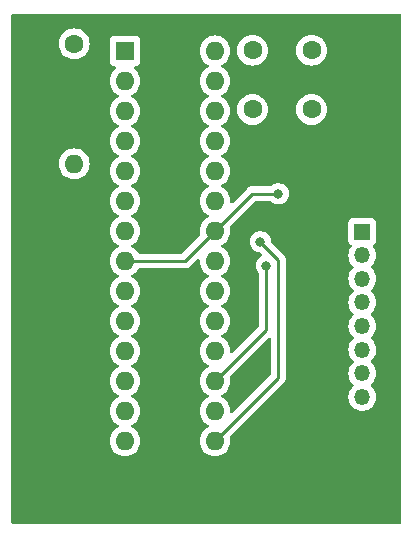
<source format=gbr>
%TF.GenerationSoftware,KiCad,Pcbnew,7.0.1*%
%TF.CreationDate,2023-04-21T04:09:38+01:00*%
%TF.ProjectId,wiikey,7769696b-6579-42e6-9b69-6361645f7063,rev?*%
%TF.SameCoordinates,Original*%
%TF.FileFunction,Copper,L2,Bot*%
%TF.FilePolarity,Positive*%
%FSLAX46Y46*%
G04 Gerber Fmt 4.6, Leading zero omitted, Abs format (unit mm)*
G04 Created by KiCad (PCBNEW 7.0.1) date 2023-04-21 04:09:38*
%MOMM*%
%LPD*%
G01*
G04 APERTURE LIST*
%TA.AperFunction,ComponentPad*%
%ADD10R,1.350000X1.350000*%
%TD*%
%TA.AperFunction,ComponentPad*%
%ADD11O,1.350000X1.350000*%
%TD*%
%TA.AperFunction,ComponentPad*%
%ADD12C,1.600000*%
%TD*%
%TA.AperFunction,ComponentPad*%
%ADD13O,1.600000X1.600000*%
%TD*%
%TA.AperFunction,ComponentPad*%
%ADD14R,1.600000X1.600000*%
%TD*%
%TA.AperFunction,ViaPad*%
%ADD15C,0.800000*%
%TD*%
%TA.AperFunction,Conductor*%
%ADD16C,0.250000*%
%TD*%
G04 APERTURE END LIST*
D10*
%TO.P,J1,1,Pin_1*%
%TO.N,Net-(J1-Pin_1)*%
X174142400Y-104325400D03*
D11*
%TO.P,J1,2,Pin_2*%
%TO.N,Net-(J1-Pin_2)*%
X174142400Y-106325400D03*
%TO.P,J1,3,Pin_3*%
%TO.N,Net-(J1-Pin_3)*%
X174142400Y-108325400D03*
%TO.P,J1,4,Pin_4*%
%TO.N,Net-(J1-Pin_4)*%
X174142400Y-110325400D03*
%TO.P,J1,5,Pin_5*%
%TO.N,Net-(J1-Pin_5)*%
X174142400Y-112325400D03*
%TO.P,J1,6,Pin_6*%
%TO.N,Net-(J1-Pin_6)*%
X174142400Y-114325400D03*
%TO.P,J1,7,Pin_7*%
%TO.N,unconnected-(J1-Pin_7-Pad7)*%
X174142400Y-116325400D03*
%TO.P,J1,8,Pin_8*%
%TO.N,unconnected-(J1-Pin_8-Pad8)*%
X174142400Y-118325400D03*
%TD*%
D12*
%TO.P,R1,1*%
%TO.N,Net-(U1-PC6{slash}~{RESET})*%
X149758400Y-88417400D03*
D13*
%TO.P,R1,2*%
%TO.N,Net-(U1-AVCC)*%
X149758400Y-98577400D03*
%TD*%
D14*
%TO.P,U1,1,PC6/~{RESET}*%
%TO.N,Net-(U1-PC6{slash}~{RESET})*%
X154051000Y-89027000D03*
D13*
%TO.P,U1,2,PD0*%
%TO.N,unconnected-(U1-PD0-Pad2)*%
X154051000Y-91567000D03*
%TO.P,U1,3,PD1*%
%TO.N,unconnected-(U1-PD1-Pad3)*%
X154051000Y-94107000D03*
%TO.P,U1,4,PD2*%
%TO.N,unconnected-(U1-PD2-Pad4)*%
X154051000Y-96647000D03*
%TO.P,U1,5,PD3*%
%TO.N,unconnected-(U1-PD3-Pad5)*%
X154051000Y-99187000D03*
%TO.P,U1,6,PD4*%
%TO.N,unconnected-(U1-PD4-Pad6)*%
X154051000Y-101727000D03*
%TO.P,U1,7,VCC*%
%TO.N,Net-(J1-Pin_2)*%
X154051000Y-104267000D03*
%TO.P,U1,8,GND*%
%TO.N,Net-(J1-Pin_1)*%
X154051000Y-106807000D03*
%TO.P,U1,9,PB6/XTAL1*%
%TO.N,unconnected-(U1-PB6{slash}XTAL1-Pad9)*%
X154051000Y-109347000D03*
%TO.P,U1,10,PB7/XTAL2*%
%TO.N,unconnected-(U1-PB7{slash}XTAL2-Pad10)*%
X154051000Y-111887000D03*
%TO.P,U1,11,PD5*%
%TO.N,unconnected-(U1-PD5-Pad11)*%
X154051000Y-114427000D03*
%TO.P,U1,12,PD6*%
%TO.N,unconnected-(U1-PD6-Pad12)*%
X154051000Y-116967000D03*
%TO.P,U1,13,PD7*%
%TO.N,unconnected-(U1-PD7-Pad13)*%
X154051000Y-119507000D03*
%TO.P,U1,14,PB0*%
%TO.N,unconnected-(U1-PB0-Pad14)*%
X154051000Y-122047000D03*
%TO.P,U1,15,PB1*%
%TO.N,Net-(J1-Pin_3)*%
X161671000Y-122047000D03*
%TO.P,U1,16,PB2*%
%TO.N,unconnected-(U1-PB2-Pad16)*%
X161671000Y-119507000D03*
%TO.P,U1,17,PB3*%
%TO.N,Net-(J1-Pin_4)*%
X161671000Y-116967000D03*
%TO.P,U1,18,PB4*%
%TO.N,Net-(J1-Pin_6)*%
X161671000Y-114427000D03*
%TO.P,U1,19,PB5*%
%TO.N,Net-(J1-Pin_5)*%
X161671000Y-111887000D03*
%TO.P,U1,20,AVCC*%
%TO.N,Net-(U1-AVCC)*%
X161671000Y-109347000D03*
%TO.P,U1,21,AREF*%
%TO.N,unconnected-(U1-AREF-Pad21)*%
X161671000Y-106807000D03*
%TO.P,U1,22,AGND*%
%TO.N,Net-(J1-Pin_1)*%
X161671000Y-104267000D03*
%TO.P,U1,23,PC0*%
%TO.N,unconnected-(U1-PC0-Pad23)*%
X161671000Y-101727000D03*
%TO.P,U1,24,PC1*%
%TO.N,unconnected-(U1-PC1-Pad24)*%
X161671000Y-99187000D03*
%TO.P,U1,25,PC2*%
%TO.N,unconnected-(U1-PC2-Pad25)*%
X161671000Y-96647000D03*
%TO.P,U1,26,PC3*%
%TO.N,unconnected-(U1-PC3-Pad26)*%
X161671000Y-94107000D03*
%TO.P,U1,27,PC4*%
%TO.N,unconnected-(U1-PC4-Pad27)*%
X161671000Y-91567000D03*
%TO.P,U1,28,PC5*%
%TO.N,unconnected-(U1-PC5-Pad28)*%
X161671000Y-89027000D03*
%TD*%
D12*
%TO.P,C2,1*%
%TO.N,Net-(J1-Pin_2)*%
X164851000Y-93980000D03*
%TO.P,C2,2*%
%TO.N,Net-(J1-Pin_1)*%
X169851000Y-93980000D03*
%TD*%
%TO.P,C1,1*%
%TO.N,Net-(J1-Pin_1)*%
X164851000Y-88977000D03*
%TO.P,C1,2*%
%TO.N,Net-(J1-Pin_2)*%
X169851000Y-88977000D03*
%TD*%
D15*
%TO.N,Net-(J1-Pin_1)*%
X167030400Y-101117400D03*
%TO.N,Net-(J1-Pin_3)*%
X165506400Y-105181400D03*
%TO.N,Net-(J1-Pin_4)*%
X166014400Y-107213400D03*
%TD*%
D16*
%TO.N,Net-(J1-Pin_1)*%
X161671000Y-104267000D02*
X159131000Y-106807000D01*
X167030400Y-101117400D02*
X164820600Y-101117400D01*
X159131000Y-106807000D02*
X154051000Y-106807000D01*
X164820600Y-101117400D02*
X161671000Y-104267000D01*
%TO.N,Net-(J1-Pin_3)*%
X167030400Y-116687600D02*
X167030400Y-106705400D01*
X167030400Y-106705400D02*
X165506400Y-105181400D01*
X161671000Y-122047000D02*
X167030400Y-116687600D01*
%TO.N,Net-(J1-Pin_4)*%
X166014400Y-107213400D02*
X166014400Y-112623600D01*
X166014400Y-112623600D02*
X161671000Y-116967000D01*
%TO.N,Net-(U1-AVCC)*%
X161264600Y-109575600D02*
X161264600Y-109753400D01*
X161264600Y-109753400D02*
X161671000Y-109347000D01*
%TD*%
%TA.AperFunction,NonConductor*%
G36*
X177381900Y-85894513D02*
G01*
X177427287Y-85939900D01*
X177443900Y-86001900D01*
X177443900Y-128932900D01*
X177427287Y-128994900D01*
X177381900Y-129040287D01*
X177319900Y-129056900D01*
X144548900Y-129056900D01*
X144486900Y-129040287D01*
X144441513Y-128994900D01*
X144424900Y-128932900D01*
X144424900Y-122047000D01*
X152745531Y-122047000D01*
X152765364Y-122273689D01*
X152824261Y-122493497D01*
X152920432Y-122699735D01*
X153050953Y-122886140D01*
X153211859Y-123047046D01*
X153398264Y-123177567D01*
X153398265Y-123177567D01*
X153398266Y-123177568D01*
X153604504Y-123273739D01*
X153824308Y-123332635D01*
X154051000Y-123352468D01*
X154277692Y-123332635D01*
X154497496Y-123273739D01*
X154703734Y-123177568D01*
X154890139Y-123047047D01*
X155051047Y-122886139D01*
X155181568Y-122699734D01*
X155277739Y-122493496D01*
X155336635Y-122273692D01*
X155356468Y-122047000D01*
X155336635Y-121820308D01*
X155277739Y-121600504D01*
X155181568Y-121394266D01*
X155051047Y-121207861D01*
X155051046Y-121207859D01*
X154890140Y-121046953D01*
X154703733Y-120916431D01*
X154645725Y-120889382D01*
X154593549Y-120843625D01*
X154574129Y-120777000D01*
X154593549Y-120710375D01*
X154645725Y-120664618D01*
X154703734Y-120637568D01*
X154890139Y-120507047D01*
X155051047Y-120346139D01*
X155181568Y-120159734D01*
X155277739Y-119953496D01*
X155336635Y-119733692D01*
X155356468Y-119507000D01*
X155336635Y-119280308D01*
X155277739Y-119060504D01*
X155181568Y-118854266D01*
X155109862Y-118751859D01*
X155051046Y-118667859D01*
X154890140Y-118506953D01*
X154703733Y-118376431D01*
X154645725Y-118349382D01*
X154593549Y-118303625D01*
X154574129Y-118237000D01*
X154593549Y-118170375D01*
X154645725Y-118124618D01*
X154703734Y-118097568D01*
X154890139Y-117967047D01*
X155051047Y-117806139D01*
X155181568Y-117619734D01*
X155277739Y-117413496D01*
X155336635Y-117193692D01*
X155356468Y-116967000D01*
X155336635Y-116740308D01*
X155277739Y-116520504D01*
X155181568Y-116314266D01*
X155051047Y-116127861D01*
X155051046Y-116127859D01*
X154890140Y-115966953D01*
X154703732Y-115836430D01*
X154645724Y-115809380D01*
X154593549Y-115763623D01*
X154574130Y-115696997D01*
X154593550Y-115630373D01*
X154645721Y-115584619D01*
X154703734Y-115557568D01*
X154890139Y-115427047D01*
X155051047Y-115266139D01*
X155181568Y-115079734D01*
X155277739Y-114873496D01*
X155336635Y-114653692D01*
X155356468Y-114427000D01*
X155336635Y-114200308D01*
X155277739Y-113980504D01*
X155181568Y-113774266D01*
X155132317Y-113703928D01*
X155051046Y-113587859D01*
X154890140Y-113426953D01*
X154703732Y-113296430D01*
X154645724Y-113269380D01*
X154593549Y-113223623D01*
X154574130Y-113156997D01*
X154593550Y-113090373D01*
X154645721Y-113044619D01*
X154703734Y-113017568D01*
X154890139Y-112887047D01*
X155051047Y-112726139D01*
X155181568Y-112539734D01*
X155277739Y-112333496D01*
X155336635Y-112113692D01*
X155356468Y-111887000D01*
X155336635Y-111660308D01*
X155277739Y-111440504D01*
X155181568Y-111234266D01*
X155102064Y-111120722D01*
X155051046Y-111047859D01*
X154890140Y-110886953D01*
X154703733Y-110756431D01*
X154645725Y-110729382D01*
X154593549Y-110683625D01*
X154574129Y-110617000D01*
X154593549Y-110550375D01*
X154645725Y-110504618D01*
X154703734Y-110477568D01*
X154890139Y-110347047D01*
X155051047Y-110186139D01*
X155181568Y-109999734D01*
X155277739Y-109793496D01*
X155336635Y-109573692D01*
X155356468Y-109347000D01*
X155336635Y-109120308D01*
X155277739Y-108900504D01*
X155181568Y-108694266D01*
X155075177Y-108542323D01*
X155051046Y-108507859D01*
X154890140Y-108346953D01*
X154703733Y-108216431D01*
X154645725Y-108189382D01*
X154593549Y-108143625D01*
X154574129Y-108077000D01*
X154593549Y-108010375D01*
X154645725Y-107964618D01*
X154703734Y-107937568D01*
X154890139Y-107807047D01*
X155051047Y-107646139D01*
X155132313Y-107530078D01*
X155163613Y-107485377D01*
X155207931Y-107446511D01*
X155265188Y-107432500D01*
X159048256Y-107432500D01*
X159068762Y-107434764D01*
X159071665Y-107434672D01*
X159071667Y-107434673D01*
X159138872Y-107432561D01*
X159142768Y-107432500D01*
X159170349Y-107432500D01*
X159170350Y-107432500D01*
X159174319Y-107431998D01*
X159185965Y-107431080D01*
X159229627Y-107429709D01*
X159248859Y-107424120D01*
X159267918Y-107420174D01*
X159274196Y-107419381D01*
X159287792Y-107417664D01*
X159328407Y-107401582D01*
X159339444Y-107397803D01*
X159381390Y-107385618D01*
X159398629Y-107375422D01*
X159416102Y-107366862D01*
X159434732Y-107359486D01*
X159470064Y-107333814D01*
X159479830Y-107327400D01*
X159517418Y-107305171D01*
X159517417Y-107305171D01*
X159517420Y-107305170D01*
X159531585Y-107291004D01*
X159546373Y-107278373D01*
X159562587Y-107266594D01*
X159590438Y-107232926D01*
X159598279Y-107224309D01*
X160158183Y-106664405D01*
X160209608Y-106633506D01*
X160269522Y-106630366D01*
X160323898Y-106655722D01*
X160360004Y-106703637D01*
X160369390Y-106762895D01*
X160365531Y-106806999D01*
X160385364Y-107033689D01*
X160444261Y-107253497D01*
X160540432Y-107459735D01*
X160670953Y-107646140D01*
X160831859Y-107807046D01*
X160863376Y-107829114D01*
X161018266Y-107937568D01*
X161076273Y-107964617D01*
X161128449Y-108010373D01*
X161147869Y-108076997D01*
X161128451Y-108143622D01*
X161076276Y-108189380D01*
X161018266Y-108216431D01*
X160831859Y-108346953D01*
X160670953Y-108507859D01*
X160540432Y-108694264D01*
X160444261Y-108900502D01*
X160385364Y-109120310D01*
X160365531Y-109347000D01*
X160385364Y-109573689D01*
X160444261Y-109793497D01*
X160540432Y-109999735D01*
X160670953Y-110186140D01*
X160831859Y-110347046D01*
X161018263Y-110477566D01*
X161018266Y-110477568D01*
X161076275Y-110504618D01*
X161128450Y-110550375D01*
X161147869Y-110617000D01*
X161128450Y-110683625D01*
X161076275Y-110729382D01*
X161018263Y-110756433D01*
X160831859Y-110886953D01*
X160670953Y-111047859D01*
X160540432Y-111234264D01*
X160444261Y-111440502D01*
X160385364Y-111660310D01*
X160365531Y-111887000D01*
X160385364Y-112113689D01*
X160444261Y-112333497D01*
X160540432Y-112539735D01*
X160670953Y-112726140D01*
X160831859Y-112887046D01*
X161018262Y-113017565D01*
X161018266Y-113017568D01*
X161076275Y-113044618D01*
X161128450Y-113090375D01*
X161147869Y-113157000D01*
X161128450Y-113223625D01*
X161076275Y-113269382D01*
X161018263Y-113296433D01*
X160831859Y-113426953D01*
X160670953Y-113587859D01*
X160540432Y-113774264D01*
X160444261Y-113980502D01*
X160385364Y-114200310D01*
X160365531Y-114427000D01*
X160385364Y-114653689D01*
X160444261Y-114873497D01*
X160540432Y-115079735D01*
X160670953Y-115266140D01*
X160831859Y-115427046D01*
X160979003Y-115530076D01*
X161018266Y-115557568D01*
X161076273Y-115584617D01*
X161128449Y-115630373D01*
X161147869Y-115696997D01*
X161128451Y-115763622D01*
X161076276Y-115809380D01*
X161018266Y-115836431D01*
X160831859Y-115966953D01*
X160670953Y-116127859D01*
X160540432Y-116314264D01*
X160444261Y-116520502D01*
X160385364Y-116740310D01*
X160365531Y-116967000D01*
X160385364Y-117193689D01*
X160444261Y-117413497D01*
X160540432Y-117619735D01*
X160670953Y-117806140D01*
X160831859Y-117967046D01*
X161018263Y-118097566D01*
X161018266Y-118097568D01*
X161076275Y-118124618D01*
X161128450Y-118170375D01*
X161147869Y-118237000D01*
X161128450Y-118303625D01*
X161076275Y-118349382D01*
X161018263Y-118376433D01*
X160831859Y-118506953D01*
X160670953Y-118667859D01*
X160540432Y-118854264D01*
X160444261Y-119060502D01*
X160385364Y-119280310D01*
X160365531Y-119507000D01*
X160385364Y-119733689D01*
X160444261Y-119953497D01*
X160540432Y-120159735D01*
X160670953Y-120346140D01*
X160831859Y-120507046D01*
X161018263Y-120637566D01*
X161018266Y-120637568D01*
X161076275Y-120664618D01*
X161128450Y-120710375D01*
X161147869Y-120777000D01*
X161128450Y-120843625D01*
X161076275Y-120889382D01*
X161018263Y-120916433D01*
X160831859Y-121046953D01*
X160670953Y-121207859D01*
X160540432Y-121394264D01*
X160444261Y-121600502D01*
X160385364Y-121820310D01*
X160365531Y-122047000D01*
X160385364Y-122273689D01*
X160444261Y-122493497D01*
X160540432Y-122699735D01*
X160670953Y-122886140D01*
X160831859Y-123047046D01*
X161018264Y-123177567D01*
X161018265Y-123177567D01*
X161018266Y-123177568D01*
X161224504Y-123273739D01*
X161444308Y-123332635D01*
X161671000Y-123352468D01*
X161897692Y-123332635D01*
X162117496Y-123273739D01*
X162323734Y-123177568D01*
X162510139Y-123047047D01*
X162671047Y-122886139D01*
X162801568Y-122699734D01*
X162897739Y-122493496D01*
X162956635Y-122273692D01*
X162976468Y-122047000D01*
X162956635Y-121820308D01*
X162938319Y-121751951D01*
X162938319Y-121687763D01*
X162970411Y-121632178D01*
X166277190Y-118325399D01*
X172961864Y-118325399D01*
X172981964Y-118542325D01*
X173041581Y-118751857D01*
X173138687Y-118946871D01*
X173269973Y-119120723D01*
X173417893Y-119255569D01*
X173430968Y-119267488D01*
X173523578Y-119324829D01*
X173616191Y-119382173D01*
X173800391Y-119453532D01*
X173819331Y-119460870D01*
X174033474Y-119500900D01*
X174251324Y-119500900D01*
X174251326Y-119500900D01*
X174465469Y-119460870D01*
X174600896Y-119408404D01*
X174668608Y-119382173D01*
X174668610Y-119382172D01*
X174853832Y-119267488D01*
X175014827Y-119120722D01*
X175146112Y-118946872D01*
X175243217Y-118751859D01*
X175243218Y-118751857D01*
X175302835Y-118542325D01*
X175306113Y-118506953D01*
X175322936Y-118325400D01*
X175302835Y-118108477D01*
X175302835Y-118108474D01*
X175243218Y-117898942D01*
X175146112Y-117703928D01*
X175014826Y-117530076D01*
X174890827Y-117417037D01*
X174855099Y-117359334D01*
X174855099Y-117291466D01*
X174890827Y-117233763D01*
X175014826Y-117120723D01*
X175028909Y-117102074D01*
X175146112Y-116946872D01*
X175243217Y-116751859D01*
X175246504Y-116740308D01*
X175302835Y-116542325D01*
X175313381Y-116428509D01*
X175322936Y-116325400D01*
X175302835Y-116108477D01*
X175302835Y-116108474D01*
X175243218Y-115898942D01*
X175146112Y-115703928D01*
X175014826Y-115530076D01*
X174890827Y-115417037D01*
X174855099Y-115359334D01*
X174855099Y-115291466D01*
X174890827Y-115233763D01*
X175014826Y-115120723D01*
X175014829Y-115120719D01*
X175146112Y-114946872D01*
X175243217Y-114751859D01*
X175271149Y-114653689D01*
X175302835Y-114542325D01*
X175313521Y-114426999D01*
X175322936Y-114325400D01*
X175302835Y-114108477D01*
X175302835Y-114108474D01*
X175243218Y-113898942D01*
X175146112Y-113703928D01*
X175014826Y-113530076D01*
X174890827Y-113417037D01*
X174855099Y-113359334D01*
X174855099Y-113291466D01*
X174890827Y-113233763D01*
X175014826Y-113120723D01*
X175037745Y-113090373D01*
X175146112Y-112946872D01*
X175243217Y-112751859D01*
X175250535Y-112726139D01*
X175302835Y-112542325D01*
X175305749Y-112510867D01*
X175322936Y-112325400D01*
X175302835Y-112108477D01*
X175302835Y-112108474D01*
X175243218Y-111898942D01*
X175146112Y-111703928D01*
X175014826Y-111530076D01*
X174890827Y-111417037D01*
X174855099Y-111359334D01*
X174855099Y-111291466D01*
X174890827Y-111233763D01*
X175014826Y-111120723D01*
X175014827Y-111120722D01*
X175146112Y-110946872D01*
X175243217Y-110751859D01*
X175243218Y-110751857D01*
X175302835Y-110542325D01*
X175308835Y-110477568D01*
X175322936Y-110325400D01*
X175302835Y-110108477D01*
X175302835Y-110108474D01*
X175243218Y-109898942D01*
X175146112Y-109703928D01*
X175014826Y-109530076D01*
X174890827Y-109417037D01*
X174855099Y-109359334D01*
X174855099Y-109291466D01*
X174890827Y-109233763D01*
X175014826Y-109120723D01*
X175015138Y-109120310D01*
X175146112Y-108946872D01*
X175243217Y-108751859D01*
X175259604Y-108694266D01*
X175302835Y-108542325D01*
X175306029Y-108507859D01*
X175322936Y-108325400D01*
X175302835Y-108108477D01*
X175302835Y-108108474D01*
X175243218Y-107898942D01*
X175146112Y-107703928D01*
X175014826Y-107530076D01*
X174890827Y-107417036D01*
X174855098Y-107359333D01*
X174855099Y-107291464D01*
X174890824Y-107233764D01*
X175014827Y-107120722D01*
X175146112Y-106946872D01*
X175243217Y-106751859D01*
X175243218Y-106751857D01*
X175302835Y-106542325D01*
X175307040Y-106496940D01*
X175322936Y-106325400D01*
X175302835Y-106108477D01*
X175302835Y-106108474D01*
X175243218Y-105898942D01*
X175146112Y-105703928D01*
X175064652Y-105596057D01*
X175040525Y-105536396D01*
X175049550Y-105472677D01*
X175089294Y-105422064D01*
X175174946Y-105357946D01*
X175261196Y-105242731D01*
X175311491Y-105107883D01*
X175317900Y-105048273D01*
X175317899Y-103602528D01*
X175311491Y-103542917D01*
X175261196Y-103408069D01*
X175174946Y-103292854D01*
X175059731Y-103206604D01*
X174924883Y-103156309D01*
X174865273Y-103149900D01*
X174865269Y-103149900D01*
X173419530Y-103149900D01*
X173359915Y-103156309D01*
X173225069Y-103206604D01*
X173109854Y-103292854D01*
X173023604Y-103408068D01*
X172973309Y-103542916D01*
X172966900Y-103602530D01*
X172966900Y-105048269D01*
X172973122Y-105106140D01*
X172973309Y-105107883D01*
X173023604Y-105242731D01*
X173041807Y-105267047D01*
X173109855Y-105357948D01*
X173195504Y-105422065D01*
X173235250Y-105472679D01*
X173244274Y-105536397D01*
X173220147Y-105596057D01*
X173138688Y-105703925D01*
X173041581Y-105898942D01*
X172981964Y-106108474D01*
X172961864Y-106325399D01*
X172981964Y-106542325D01*
X173041581Y-106751857D01*
X173138687Y-106946871D01*
X173269973Y-107120723D01*
X173393972Y-107233762D01*
X173429700Y-107291464D01*
X173429701Y-107359333D01*
X173393973Y-107417036D01*
X173269971Y-107530079D01*
X173138687Y-107703928D01*
X173041581Y-107898942D01*
X172981964Y-108108474D01*
X172961864Y-108325399D01*
X172981964Y-108542325D01*
X173041581Y-108751857D01*
X173138687Y-108946871D01*
X173269973Y-109120723D01*
X173393972Y-109233762D01*
X173429700Y-109291464D01*
X173429701Y-109359333D01*
X173393973Y-109417036D01*
X173269971Y-109530079D01*
X173138687Y-109703928D01*
X173041581Y-109898942D01*
X172981964Y-110108474D01*
X172961864Y-110325399D01*
X172981964Y-110542325D01*
X173041581Y-110751857D01*
X173138687Y-110946871D01*
X173269973Y-111120723D01*
X173393972Y-111233763D01*
X173429700Y-111291466D01*
X173429700Y-111359334D01*
X173393972Y-111417037D01*
X173269973Y-111530076D01*
X173138687Y-111703928D01*
X173041581Y-111898942D01*
X172981964Y-112108474D01*
X172961864Y-112325399D01*
X172981964Y-112542325D01*
X173041581Y-112751857D01*
X173138687Y-112946871D01*
X173269973Y-113120723D01*
X173393972Y-113233763D01*
X173429700Y-113291466D01*
X173429700Y-113359334D01*
X173393972Y-113417037D01*
X173269973Y-113530076D01*
X173138687Y-113703928D01*
X173041581Y-113898942D01*
X172981964Y-114108474D01*
X172961864Y-114325399D01*
X172981964Y-114542325D01*
X173041581Y-114751857D01*
X173138687Y-114946871D01*
X173138688Y-114946872D01*
X173269973Y-115120722D01*
X173393975Y-115233764D01*
X173429701Y-115291464D01*
X173429702Y-115359333D01*
X173393973Y-115417036D01*
X173269973Y-115530076D01*
X173138687Y-115703928D01*
X173041581Y-115898942D01*
X172981964Y-116108474D01*
X172961864Y-116325399D01*
X172981964Y-116542325D01*
X173041581Y-116751857D01*
X173138687Y-116946871D01*
X173269973Y-117120723D01*
X173393972Y-117233763D01*
X173429700Y-117291466D01*
X173429700Y-117359334D01*
X173393972Y-117417037D01*
X173269973Y-117530076D01*
X173138687Y-117703928D01*
X173041581Y-117898942D01*
X172981964Y-118108474D01*
X172961864Y-118325399D01*
X166277190Y-118325399D01*
X167414189Y-117188400D01*
X167430285Y-117175506D01*
X167432273Y-117173387D01*
X167432277Y-117173386D01*
X167478348Y-117124323D01*
X167480966Y-117121623D01*
X167500520Y-117102071D01*
X167502981Y-117098898D01*
X167510556Y-117090027D01*
X167540462Y-117058182D01*
X167550117Y-117040618D01*
X167560794Y-117024364D01*
X167573073Y-117008536D01*
X167590418Y-116968452D01*
X167595560Y-116957956D01*
X167601654Y-116946872D01*
X167616597Y-116919692D01*
X167621579Y-116900284D01*
X167627881Y-116881880D01*
X167635837Y-116863496D01*
X167642669Y-116820352D01*
X167645033Y-116808938D01*
X167655900Y-116766619D01*
X167655900Y-116746584D01*
X167657427Y-116727185D01*
X167657468Y-116726921D01*
X167660560Y-116707404D01*
X167656450Y-116663925D01*
X167655900Y-116652256D01*
X167655900Y-106788140D01*
X167658163Y-106767636D01*
X167657667Y-106751859D01*
X167655961Y-106697544D01*
X167655900Y-106693650D01*
X167655900Y-106666057D01*
X167655900Y-106666050D01*
X167655395Y-106662053D01*
X167654480Y-106650423D01*
X167653109Y-106606772D01*
X167647519Y-106587534D01*
X167643574Y-106568482D01*
X167641064Y-106548608D01*
X167638576Y-106542325D01*
X167624978Y-106507981D01*
X167621205Y-106496960D01*
X167609017Y-106455010D01*
X167598821Y-106437769D01*
X167590263Y-106420302D01*
X167582886Y-106401668D01*
X167557198Y-106366312D01*
X167550809Y-106356584D01*
X167528570Y-106318979D01*
X167514406Y-106304814D01*
X167501769Y-106290020D01*
X167489995Y-106273814D01*
X167489994Y-106273813D01*
X167456335Y-106245968D01*
X167447705Y-106238114D01*
X166445360Y-105235769D01*
X166421120Y-105201471D01*
X166409721Y-105161055D01*
X166392074Y-104993144D01*
X166333579Y-104813116D01*
X166333579Y-104813115D01*
X166238933Y-104649183D01*
X166112270Y-104508510D01*
X165959130Y-104397248D01*
X165786202Y-104320255D01*
X165601048Y-104280900D01*
X165601046Y-104280900D01*
X165411754Y-104280900D01*
X165411752Y-104280900D01*
X165226597Y-104320255D01*
X165053669Y-104397248D01*
X164900529Y-104508510D01*
X164773866Y-104649183D01*
X164679220Y-104813115D01*
X164620726Y-104993142D01*
X164620725Y-104993144D01*
X164620726Y-104993144D01*
X164600940Y-105181400D01*
X164606654Y-105235769D01*
X164620726Y-105369657D01*
X164679220Y-105549684D01*
X164773866Y-105713616D01*
X164900529Y-105854289D01*
X165053669Y-105965551D01*
X165226597Y-106042544D01*
X165411752Y-106081900D01*
X165411754Y-106081900D01*
X165470948Y-106081900D01*
X165518401Y-106091339D01*
X165558629Y-106118219D01*
X165647200Y-106206790D01*
X165677941Y-106257700D01*
X165681443Y-106317068D01*
X165656898Y-106371238D01*
X165609955Y-106407750D01*
X165561669Y-106429248D01*
X165408529Y-106540510D01*
X165281866Y-106681183D01*
X165187220Y-106845115D01*
X165128726Y-107025142D01*
X165108940Y-107213400D01*
X165128726Y-107401657D01*
X165187220Y-107581684D01*
X165281864Y-107745613D01*
X165281867Y-107745616D01*
X165357052Y-107829117D01*
X165380664Y-107867649D01*
X165388900Y-107912087D01*
X165388900Y-112313147D01*
X165379461Y-112360600D01*
X165352581Y-112400828D01*
X163183819Y-114569588D01*
X163132392Y-114600489D01*
X163072477Y-114603629D01*
X163018102Y-114578273D01*
X162981995Y-114530357D01*
X162972610Y-114471099D01*
X162976468Y-114426999D01*
X162956635Y-114200310D01*
X162956635Y-114200308D01*
X162897739Y-113980504D01*
X162801568Y-113774266D01*
X162752317Y-113703928D01*
X162671046Y-113587859D01*
X162510140Y-113426953D01*
X162323732Y-113296430D01*
X162265724Y-113269380D01*
X162213549Y-113223623D01*
X162194130Y-113156997D01*
X162213550Y-113090373D01*
X162265721Y-113044619D01*
X162323734Y-113017568D01*
X162510139Y-112887047D01*
X162671047Y-112726139D01*
X162801568Y-112539734D01*
X162897739Y-112333496D01*
X162956635Y-112113692D01*
X162976468Y-111887000D01*
X162956635Y-111660308D01*
X162897739Y-111440504D01*
X162801568Y-111234266D01*
X162722064Y-111120722D01*
X162671046Y-111047859D01*
X162510140Y-110886953D01*
X162323733Y-110756431D01*
X162265725Y-110729382D01*
X162213549Y-110683625D01*
X162194129Y-110617000D01*
X162213549Y-110550375D01*
X162265725Y-110504618D01*
X162323734Y-110477568D01*
X162510139Y-110347047D01*
X162671047Y-110186139D01*
X162801568Y-109999734D01*
X162897739Y-109793496D01*
X162956635Y-109573692D01*
X162976468Y-109347000D01*
X162956635Y-109120308D01*
X162897739Y-108900504D01*
X162801568Y-108694266D01*
X162695177Y-108542323D01*
X162671046Y-108507859D01*
X162510140Y-108346953D01*
X162323733Y-108216431D01*
X162265725Y-108189382D01*
X162213549Y-108143625D01*
X162194129Y-108077000D01*
X162213549Y-108010375D01*
X162265725Y-107964618D01*
X162323734Y-107937568D01*
X162510139Y-107807047D01*
X162671047Y-107646139D01*
X162801568Y-107459734D01*
X162897739Y-107253496D01*
X162956635Y-107033692D01*
X162976468Y-106807000D01*
X162956635Y-106580308D01*
X162897739Y-106360504D01*
X162801568Y-106154266D01*
X162769506Y-106108477D01*
X162671046Y-105967859D01*
X162510140Y-105806953D01*
X162323733Y-105676431D01*
X162265725Y-105649382D01*
X162213549Y-105603625D01*
X162194129Y-105537000D01*
X162213549Y-105470375D01*
X162265725Y-105424618D01*
X162271200Y-105422065D01*
X162323734Y-105397568D01*
X162510139Y-105267047D01*
X162671047Y-105106139D01*
X162801568Y-104919734D01*
X162897739Y-104713496D01*
X162956635Y-104493692D01*
X162976468Y-104267000D01*
X162956635Y-104040308D01*
X162938319Y-103971951D01*
X162938319Y-103907763D01*
X162970411Y-103852178D01*
X165043371Y-101779219D01*
X165083600Y-101752339D01*
X165131053Y-101742900D01*
X166326653Y-101742900D01*
X166377088Y-101753620D01*
X166418801Y-101783926D01*
X166424529Y-101790288D01*
X166577670Y-101901551D01*
X166577671Y-101901551D01*
X166577672Y-101901552D01*
X166750597Y-101978544D01*
X166935752Y-102017900D01*
X166935754Y-102017900D01*
X167125046Y-102017900D01*
X167125048Y-102017900D01*
X167248484Y-101991662D01*
X167310203Y-101978544D01*
X167483130Y-101901551D01*
X167636271Y-101790288D01*
X167762933Y-101649616D01*
X167857579Y-101485684D01*
X167916074Y-101305656D01*
X167935860Y-101117400D01*
X167916074Y-100929144D01*
X167857579Y-100749116D01*
X167857579Y-100749115D01*
X167762933Y-100585183D01*
X167636270Y-100444510D01*
X167483130Y-100333248D01*
X167310202Y-100256255D01*
X167125048Y-100216900D01*
X167125046Y-100216900D01*
X166935754Y-100216900D01*
X166935752Y-100216900D01*
X166750597Y-100256255D01*
X166577672Y-100333247D01*
X166499042Y-100390375D01*
X166424529Y-100444512D01*
X166418801Y-100450873D01*
X166377088Y-100481180D01*
X166326653Y-100491900D01*
X164903344Y-100491900D01*
X164882837Y-100489635D01*
X164812727Y-100491839D01*
X164808832Y-100491900D01*
X164781250Y-100491900D01*
X164777265Y-100492403D01*
X164765633Y-100493318D01*
X164721969Y-100494690D01*
X164702729Y-100500280D01*
X164683681Y-100504225D01*
X164663809Y-100506735D01*
X164623199Y-100522813D01*
X164612154Y-100526594D01*
X164570210Y-100538781D01*
X164552965Y-100548979D01*
X164535504Y-100557533D01*
X164516867Y-100564912D01*
X164481531Y-100590585D01*
X164471774Y-100596995D01*
X164434180Y-100619229D01*
X164420013Y-100633396D01*
X164405224Y-100646026D01*
X164389013Y-100657804D01*
X164361172Y-100691458D01*
X164353311Y-100700097D01*
X163183819Y-101869589D01*
X163132392Y-101900490D01*
X163072478Y-101903630D01*
X163018102Y-101878274D01*
X162981995Y-101830358D01*
X162972610Y-101771100D01*
X162976468Y-101726999D01*
X162956635Y-101500310D01*
X162956635Y-101500308D01*
X162897739Y-101280504D01*
X162801568Y-101074266D01*
X162699953Y-100929144D01*
X162671046Y-100887859D01*
X162510140Y-100726953D01*
X162323733Y-100596431D01*
X162265725Y-100569382D01*
X162213549Y-100523625D01*
X162194129Y-100457000D01*
X162213549Y-100390375D01*
X162265725Y-100344618D01*
X162290108Y-100333248D01*
X162323734Y-100317568D01*
X162510139Y-100187047D01*
X162671047Y-100026139D01*
X162801568Y-99839734D01*
X162897739Y-99633496D01*
X162956635Y-99413692D01*
X162976468Y-99187000D01*
X162956635Y-98960308D01*
X162897739Y-98740504D01*
X162801568Y-98534266D01*
X162673040Y-98350708D01*
X162671046Y-98347859D01*
X162510140Y-98186953D01*
X162323732Y-98056430D01*
X162265724Y-98029380D01*
X162213549Y-97983623D01*
X162194130Y-97916997D01*
X162213550Y-97850373D01*
X162265721Y-97804619D01*
X162323734Y-97777568D01*
X162510139Y-97647047D01*
X162671047Y-97486139D01*
X162801568Y-97299734D01*
X162897739Y-97093496D01*
X162956635Y-96873692D01*
X162976468Y-96647000D01*
X162956635Y-96420308D01*
X162897739Y-96200504D01*
X162801568Y-95994266D01*
X162671047Y-95807861D01*
X162671046Y-95807859D01*
X162510140Y-95646953D01*
X162323733Y-95516431D01*
X162265725Y-95489382D01*
X162213549Y-95443625D01*
X162194129Y-95377000D01*
X162213549Y-95310375D01*
X162265725Y-95264618D01*
X162323734Y-95237568D01*
X162510139Y-95107047D01*
X162671047Y-94946139D01*
X162801568Y-94759734D01*
X162897739Y-94553496D01*
X162956635Y-94333692D01*
X162976468Y-94107000D01*
X162965357Y-93980000D01*
X163545531Y-93980000D01*
X163565364Y-94206689D01*
X163624261Y-94426497D01*
X163720432Y-94632735D01*
X163850953Y-94819140D01*
X164011859Y-94980046D01*
X164198264Y-95110567D01*
X164198265Y-95110567D01*
X164198266Y-95110568D01*
X164404504Y-95206739D01*
X164624308Y-95265635D01*
X164851000Y-95285468D01*
X165077692Y-95265635D01*
X165297496Y-95206739D01*
X165503734Y-95110568D01*
X165690139Y-94980047D01*
X165851047Y-94819139D01*
X165981568Y-94632734D01*
X166077739Y-94426496D01*
X166136635Y-94206692D01*
X166156468Y-93980000D01*
X168545531Y-93980000D01*
X168565364Y-94206689D01*
X168624261Y-94426497D01*
X168720432Y-94632735D01*
X168850953Y-94819140D01*
X169011859Y-94980046D01*
X169198264Y-95110567D01*
X169198265Y-95110567D01*
X169198266Y-95110568D01*
X169404504Y-95206739D01*
X169624308Y-95265635D01*
X169851000Y-95285468D01*
X170077692Y-95265635D01*
X170297496Y-95206739D01*
X170503734Y-95110568D01*
X170690139Y-94980047D01*
X170851047Y-94819139D01*
X170981568Y-94632734D01*
X171077739Y-94426496D01*
X171136635Y-94206692D01*
X171156468Y-93980000D01*
X171136635Y-93753308D01*
X171077739Y-93533504D01*
X170981568Y-93327266D01*
X170939971Y-93267859D01*
X170851046Y-93140859D01*
X170690140Y-92979953D01*
X170503735Y-92849432D01*
X170297497Y-92753261D01*
X170077689Y-92694364D01*
X169850999Y-92674531D01*
X169624310Y-92694364D01*
X169404502Y-92753261D01*
X169198264Y-92849432D01*
X169011859Y-92979953D01*
X168850953Y-93140859D01*
X168720432Y-93327264D01*
X168624261Y-93533502D01*
X168565364Y-93753310D01*
X168545531Y-93980000D01*
X166156468Y-93980000D01*
X166136635Y-93753308D01*
X166077739Y-93533504D01*
X165981568Y-93327266D01*
X165939971Y-93267859D01*
X165851046Y-93140859D01*
X165690140Y-92979953D01*
X165503735Y-92849432D01*
X165297497Y-92753261D01*
X165077689Y-92694364D01*
X164850999Y-92674531D01*
X164624310Y-92694364D01*
X164404502Y-92753261D01*
X164198264Y-92849432D01*
X164011859Y-92979953D01*
X163850953Y-93140859D01*
X163720432Y-93327264D01*
X163624261Y-93533502D01*
X163565364Y-93753310D01*
X163545531Y-93980000D01*
X162965357Y-93980000D01*
X162956635Y-93880308D01*
X162897739Y-93660504D01*
X162801568Y-93454266D01*
X162712642Y-93327266D01*
X162671046Y-93267859D01*
X162510140Y-93106953D01*
X162323733Y-92976431D01*
X162265725Y-92949382D01*
X162213549Y-92903625D01*
X162194129Y-92837000D01*
X162213549Y-92770375D01*
X162265725Y-92724618D01*
X162323734Y-92697568D01*
X162510139Y-92567047D01*
X162671047Y-92406139D01*
X162801568Y-92219734D01*
X162897739Y-92013496D01*
X162956635Y-91793692D01*
X162976468Y-91567000D01*
X162956635Y-91340308D01*
X162897739Y-91120504D01*
X162801568Y-90914266D01*
X162671047Y-90727861D01*
X162671046Y-90727859D01*
X162510140Y-90566953D01*
X162323733Y-90436431D01*
X162265725Y-90409382D01*
X162213549Y-90363625D01*
X162194129Y-90297000D01*
X162213549Y-90230375D01*
X162265725Y-90184618D01*
X162323734Y-90157568D01*
X162510139Y-90027047D01*
X162671047Y-89866139D01*
X162801568Y-89679734D01*
X162897739Y-89473496D01*
X162956635Y-89253692D01*
X162976468Y-89027000D01*
X162972094Y-88977000D01*
X163545531Y-88977000D01*
X163565364Y-89203689D01*
X163624261Y-89423497D01*
X163720432Y-89629735D01*
X163850953Y-89816140D01*
X164011859Y-89977046D01*
X164198264Y-90107567D01*
X164198265Y-90107567D01*
X164198266Y-90107568D01*
X164404504Y-90203739D01*
X164624308Y-90262635D01*
X164851000Y-90282468D01*
X165077692Y-90262635D01*
X165297496Y-90203739D01*
X165503734Y-90107568D01*
X165690139Y-89977047D01*
X165851047Y-89816139D01*
X165981568Y-89629734D01*
X166077739Y-89423496D01*
X166136635Y-89203692D01*
X166156468Y-88977000D01*
X168545531Y-88977000D01*
X168565364Y-89203689D01*
X168624261Y-89423497D01*
X168720432Y-89629735D01*
X168850953Y-89816140D01*
X169011859Y-89977046D01*
X169198264Y-90107567D01*
X169198265Y-90107567D01*
X169198266Y-90107568D01*
X169404504Y-90203739D01*
X169624308Y-90262635D01*
X169851000Y-90282468D01*
X170077692Y-90262635D01*
X170297496Y-90203739D01*
X170503734Y-90107568D01*
X170690139Y-89977047D01*
X170851047Y-89816139D01*
X170981568Y-89629734D01*
X171077739Y-89423496D01*
X171136635Y-89203692D01*
X171156468Y-88977000D01*
X171136635Y-88750308D01*
X171077739Y-88530504D01*
X170981568Y-88324266D01*
X170879942Y-88179128D01*
X170851046Y-88137859D01*
X170690140Y-87976953D01*
X170503735Y-87846432D01*
X170297497Y-87750261D01*
X170077689Y-87691364D01*
X169851000Y-87671531D01*
X169624310Y-87691364D01*
X169404502Y-87750261D01*
X169198264Y-87846432D01*
X169011859Y-87976953D01*
X168850953Y-88137859D01*
X168720432Y-88324264D01*
X168624261Y-88530502D01*
X168565364Y-88750310D01*
X168545531Y-88977000D01*
X166156468Y-88977000D01*
X166136635Y-88750308D01*
X166077739Y-88530504D01*
X165981568Y-88324266D01*
X165879942Y-88179128D01*
X165851046Y-88137859D01*
X165690140Y-87976953D01*
X165503735Y-87846432D01*
X165297497Y-87750261D01*
X165077689Y-87691364D01*
X164851000Y-87671531D01*
X164624310Y-87691364D01*
X164404502Y-87750261D01*
X164198264Y-87846432D01*
X164011859Y-87976953D01*
X163850953Y-88137859D01*
X163720432Y-88324264D01*
X163624261Y-88530502D01*
X163565364Y-88750310D01*
X163545531Y-88977000D01*
X162972094Y-88977000D01*
X162956635Y-88800308D01*
X162897739Y-88580504D01*
X162801568Y-88374266D01*
X162673040Y-88190708D01*
X162671046Y-88187859D01*
X162510140Y-88026953D01*
X162323735Y-87896432D01*
X162117497Y-87800261D01*
X161897689Y-87741364D01*
X161670999Y-87721531D01*
X161444310Y-87741364D01*
X161224502Y-87800261D01*
X161018264Y-87896432D01*
X160831859Y-88026953D01*
X160670953Y-88187859D01*
X160540432Y-88374264D01*
X160444261Y-88580502D01*
X160385364Y-88800310D01*
X160365531Y-89026999D01*
X160385364Y-89253689D01*
X160444261Y-89473497D01*
X160540432Y-89679735D01*
X160670953Y-89866140D01*
X160831859Y-90027046D01*
X160946858Y-90107568D01*
X161018266Y-90157568D01*
X161076275Y-90184618D01*
X161128450Y-90230375D01*
X161147869Y-90297000D01*
X161128450Y-90363625D01*
X161076275Y-90409382D01*
X161018263Y-90436433D01*
X160831859Y-90566953D01*
X160670953Y-90727859D01*
X160540432Y-90914264D01*
X160444261Y-91120502D01*
X160385364Y-91340310D01*
X160365531Y-91566999D01*
X160385364Y-91793689D01*
X160444261Y-92013497D01*
X160540432Y-92219735D01*
X160670953Y-92406140D01*
X160831859Y-92567046D01*
X161018263Y-92697566D01*
X161018266Y-92697568D01*
X161076275Y-92724618D01*
X161128450Y-92770375D01*
X161147869Y-92837000D01*
X161128450Y-92903625D01*
X161076275Y-92949382D01*
X161018263Y-92976433D01*
X160831859Y-93106953D01*
X160670953Y-93267859D01*
X160540432Y-93454264D01*
X160444261Y-93660502D01*
X160385364Y-93880310D01*
X160365531Y-94106999D01*
X160385364Y-94333689D01*
X160444261Y-94553497D01*
X160540432Y-94759735D01*
X160670953Y-94946140D01*
X160831859Y-95107046D01*
X160974236Y-95206738D01*
X161018266Y-95237568D01*
X161076275Y-95264618D01*
X161128450Y-95310375D01*
X161147869Y-95377000D01*
X161128450Y-95443625D01*
X161076275Y-95489382D01*
X161018263Y-95516433D01*
X160831859Y-95646953D01*
X160670953Y-95807859D01*
X160540432Y-95994264D01*
X160444261Y-96200502D01*
X160385364Y-96420310D01*
X160365531Y-96646999D01*
X160385364Y-96873689D01*
X160444261Y-97093497D01*
X160540432Y-97299735D01*
X160670953Y-97486140D01*
X160831859Y-97647046D01*
X160962126Y-97738259D01*
X161018266Y-97777568D01*
X161076273Y-97804617D01*
X161128449Y-97850373D01*
X161147869Y-97916997D01*
X161128451Y-97983622D01*
X161076276Y-98029380D01*
X161018266Y-98056431D01*
X160831859Y-98186953D01*
X160670953Y-98347859D01*
X160540432Y-98534264D01*
X160444261Y-98740502D01*
X160385364Y-98960310D01*
X160365531Y-99186999D01*
X160385364Y-99413689D01*
X160444261Y-99633497D01*
X160540432Y-99839735D01*
X160670953Y-100026140D01*
X160831859Y-100187046D01*
X161018263Y-100317566D01*
X161018266Y-100317568D01*
X161076275Y-100344618D01*
X161128450Y-100390375D01*
X161147869Y-100457000D01*
X161128450Y-100523625D01*
X161076275Y-100569382D01*
X161018263Y-100596433D01*
X160831859Y-100726953D01*
X160670953Y-100887859D01*
X160540432Y-101074264D01*
X160444261Y-101280502D01*
X160385364Y-101500310D01*
X160365531Y-101727000D01*
X160385364Y-101953689D01*
X160444261Y-102173497D01*
X160540432Y-102379735D01*
X160670953Y-102566140D01*
X160831859Y-102727046D01*
X161018263Y-102857566D01*
X161018266Y-102857568D01*
X161076275Y-102884618D01*
X161128450Y-102930375D01*
X161147869Y-102997000D01*
X161128450Y-103063625D01*
X161076275Y-103109382D01*
X161018263Y-103136433D01*
X160831859Y-103266953D01*
X160670953Y-103427859D01*
X160540432Y-103614264D01*
X160444261Y-103820502D01*
X160385364Y-104040310D01*
X160365531Y-104266999D01*
X160385364Y-104493690D01*
X160403680Y-104562047D01*
X160403680Y-104626234D01*
X160371586Y-104681821D01*
X158908228Y-106145181D01*
X158868000Y-106172061D01*
X158820547Y-106181500D01*
X155265188Y-106181500D01*
X155207931Y-106167489D01*
X155163613Y-106128623D01*
X155051046Y-105967859D01*
X154890140Y-105806953D01*
X154703733Y-105676431D01*
X154645725Y-105649382D01*
X154593549Y-105603625D01*
X154574129Y-105537000D01*
X154593549Y-105470375D01*
X154645725Y-105424618D01*
X154651200Y-105422065D01*
X154703734Y-105397568D01*
X154890139Y-105267047D01*
X155051047Y-105106139D01*
X155181568Y-104919734D01*
X155277739Y-104713496D01*
X155336635Y-104493692D01*
X155356468Y-104267000D01*
X155336635Y-104040308D01*
X155277739Y-103820504D01*
X155181568Y-103614266D01*
X155173350Y-103602530D01*
X155051046Y-103427859D01*
X154890140Y-103266953D01*
X154703733Y-103136431D01*
X154645725Y-103109382D01*
X154593549Y-103063625D01*
X154574129Y-102997000D01*
X154593549Y-102930375D01*
X154645725Y-102884618D01*
X154703734Y-102857568D01*
X154890139Y-102727047D01*
X155051047Y-102566139D01*
X155181568Y-102379734D01*
X155277739Y-102173496D01*
X155336635Y-101953692D01*
X155356468Y-101727000D01*
X155336635Y-101500308D01*
X155277739Y-101280504D01*
X155181568Y-101074266D01*
X155079953Y-100929144D01*
X155051046Y-100887859D01*
X154890140Y-100726953D01*
X154703733Y-100596431D01*
X154645725Y-100569382D01*
X154593549Y-100523625D01*
X154574129Y-100457000D01*
X154593549Y-100390375D01*
X154645725Y-100344618D01*
X154670108Y-100333248D01*
X154703734Y-100317568D01*
X154890139Y-100187047D01*
X155051047Y-100026139D01*
X155181568Y-99839734D01*
X155277739Y-99633496D01*
X155336635Y-99413692D01*
X155356468Y-99187000D01*
X155336635Y-98960308D01*
X155277739Y-98740504D01*
X155181568Y-98534266D01*
X155053040Y-98350708D01*
X155051046Y-98347859D01*
X154890140Y-98186953D01*
X154703732Y-98056430D01*
X154645724Y-98029380D01*
X154593549Y-97983623D01*
X154574130Y-97916997D01*
X154593550Y-97850373D01*
X154645721Y-97804619D01*
X154703734Y-97777568D01*
X154890139Y-97647047D01*
X155051047Y-97486139D01*
X155181568Y-97299734D01*
X155277739Y-97093496D01*
X155336635Y-96873692D01*
X155356468Y-96647000D01*
X155336635Y-96420308D01*
X155277739Y-96200504D01*
X155181568Y-95994266D01*
X155051047Y-95807861D01*
X155051046Y-95807859D01*
X154890140Y-95646953D01*
X154703733Y-95516431D01*
X154645725Y-95489382D01*
X154593549Y-95443625D01*
X154574129Y-95377000D01*
X154593549Y-95310375D01*
X154645725Y-95264618D01*
X154703734Y-95237568D01*
X154890139Y-95107047D01*
X155051047Y-94946139D01*
X155181568Y-94759734D01*
X155277739Y-94553496D01*
X155336635Y-94333692D01*
X155356468Y-94107000D01*
X155336635Y-93880308D01*
X155277739Y-93660504D01*
X155181568Y-93454266D01*
X155092642Y-93327266D01*
X155051046Y-93267859D01*
X154890140Y-93106953D01*
X154703733Y-92976431D01*
X154645725Y-92949382D01*
X154593549Y-92903625D01*
X154574129Y-92837000D01*
X154593549Y-92770375D01*
X154645725Y-92724618D01*
X154703734Y-92697568D01*
X154890139Y-92567047D01*
X155051047Y-92406139D01*
X155181568Y-92219734D01*
X155277739Y-92013496D01*
X155336635Y-91793692D01*
X155356468Y-91567000D01*
X155336635Y-91340308D01*
X155277739Y-91120504D01*
X155181568Y-90914266D01*
X155051047Y-90727861D01*
X155051046Y-90727859D01*
X154890140Y-90566953D01*
X154865537Y-90549726D01*
X154826399Y-90504884D01*
X154812666Y-90446970D01*
X154827500Y-90389328D01*
X154867485Y-90345239D01*
X154923406Y-90324861D01*
X154958483Y-90321091D01*
X155093331Y-90270796D01*
X155208546Y-90184546D01*
X155294796Y-90069331D01*
X155345091Y-89934483D01*
X155351500Y-89874873D01*
X155351499Y-88179128D01*
X155345091Y-88119517D01*
X155294796Y-87984669D01*
X155208546Y-87869454D01*
X155093331Y-87783204D01*
X154958483Y-87732909D01*
X154898873Y-87726500D01*
X154898869Y-87726500D01*
X153203130Y-87726500D01*
X153143515Y-87732909D01*
X153008669Y-87783204D01*
X152893454Y-87869454D01*
X152807204Y-87984668D01*
X152756909Y-88119516D01*
X152750500Y-88179130D01*
X152750500Y-89874869D01*
X152756909Y-89934483D01*
X152807204Y-90069331D01*
X152893454Y-90184546D01*
X153008669Y-90270796D01*
X153143517Y-90321091D01*
X153178594Y-90324862D01*
X153234513Y-90345239D01*
X153274497Y-90389327D01*
X153289332Y-90446968D01*
X153275600Y-90504881D01*
X153236464Y-90549724D01*
X153211860Y-90566952D01*
X153050953Y-90727859D01*
X152920432Y-90914264D01*
X152824261Y-91120502D01*
X152765364Y-91340310D01*
X152745531Y-91566999D01*
X152765364Y-91793689D01*
X152824261Y-92013497D01*
X152920432Y-92219735D01*
X153050953Y-92406140D01*
X153211859Y-92567046D01*
X153398263Y-92697566D01*
X153398266Y-92697568D01*
X153456275Y-92724618D01*
X153508450Y-92770375D01*
X153527869Y-92837000D01*
X153508450Y-92903625D01*
X153456275Y-92949382D01*
X153398263Y-92976433D01*
X153211859Y-93106953D01*
X153050953Y-93267859D01*
X152920432Y-93454264D01*
X152824261Y-93660502D01*
X152765364Y-93880310D01*
X152745531Y-94106999D01*
X152765364Y-94333689D01*
X152824261Y-94553497D01*
X152920432Y-94759735D01*
X153050953Y-94946140D01*
X153211859Y-95107046D01*
X153354236Y-95206738D01*
X153398266Y-95237568D01*
X153456275Y-95264618D01*
X153508450Y-95310375D01*
X153527869Y-95377000D01*
X153508450Y-95443625D01*
X153456275Y-95489382D01*
X153398263Y-95516433D01*
X153211859Y-95646953D01*
X153050953Y-95807859D01*
X152920432Y-95994264D01*
X152824261Y-96200502D01*
X152765364Y-96420310D01*
X152745531Y-96646999D01*
X152765364Y-96873689D01*
X152824261Y-97093497D01*
X152920432Y-97299735D01*
X153050953Y-97486140D01*
X153211859Y-97647046D01*
X153342126Y-97738259D01*
X153398266Y-97777568D01*
X153456273Y-97804617D01*
X153508449Y-97850373D01*
X153527869Y-97916997D01*
X153508451Y-97983622D01*
X153456276Y-98029380D01*
X153398266Y-98056431D01*
X153211859Y-98186953D01*
X153050953Y-98347859D01*
X152920432Y-98534264D01*
X152824261Y-98740502D01*
X152765364Y-98960310D01*
X152745531Y-99186999D01*
X152765364Y-99413689D01*
X152824261Y-99633497D01*
X152920432Y-99839735D01*
X153050953Y-100026140D01*
X153211859Y-100187046D01*
X153398263Y-100317566D01*
X153398266Y-100317568D01*
X153456275Y-100344618D01*
X153508450Y-100390375D01*
X153527869Y-100457000D01*
X153508450Y-100523625D01*
X153456275Y-100569382D01*
X153398263Y-100596433D01*
X153211859Y-100726953D01*
X153050953Y-100887859D01*
X152920432Y-101074264D01*
X152824261Y-101280502D01*
X152765364Y-101500310D01*
X152745531Y-101727000D01*
X152765364Y-101953689D01*
X152824261Y-102173497D01*
X152920432Y-102379735D01*
X153050953Y-102566140D01*
X153211859Y-102727046D01*
X153398263Y-102857566D01*
X153398266Y-102857568D01*
X153456275Y-102884618D01*
X153508450Y-102930375D01*
X153527869Y-102997000D01*
X153508450Y-103063625D01*
X153456275Y-103109382D01*
X153398263Y-103136433D01*
X153211859Y-103266953D01*
X153050953Y-103427859D01*
X152920432Y-103614264D01*
X152824261Y-103820502D01*
X152765364Y-104040310D01*
X152745531Y-104267000D01*
X152765364Y-104493689D01*
X152824261Y-104713497D01*
X152920432Y-104919735D01*
X153050953Y-105106140D01*
X153211859Y-105267046D01*
X153398263Y-105397566D01*
X153398266Y-105397568D01*
X153450800Y-105422065D01*
X153456275Y-105424618D01*
X153508450Y-105470375D01*
X153527869Y-105537000D01*
X153508450Y-105603625D01*
X153456275Y-105649382D01*
X153398263Y-105676433D01*
X153211859Y-105806953D01*
X153050953Y-105967859D01*
X152920432Y-106154264D01*
X152824261Y-106360502D01*
X152765364Y-106580310D01*
X152745531Y-106807000D01*
X152765364Y-107033689D01*
X152824261Y-107253497D01*
X152920432Y-107459735D01*
X153050953Y-107646140D01*
X153211859Y-107807046D01*
X153243376Y-107829114D01*
X153398266Y-107937568D01*
X153456273Y-107964617D01*
X153508449Y-108010373D01*
X153527869Y-108076997D01*
X153508451Y-108143622D01*
X153456276Y-108189380D01*
X153398266Y-108216431D01*
X153211859Y-108346953D01*
X153050953Y-108507859D01*
X152920432Y-108694264D01*
X152824261Y-108900502D01*
X152765364Y-109120310D01*
X152745531Y-109347000D01*
X152765364Y-109573689D01*
X152824261Y-109793497D01*
X152920432Y-109999735D01*
X153050953Y-110186140D01*
X153211859Y-110347046D01*
X153398263Y-110477566D01*
X153398266Y-110477568D01*
X153456275Y-110504618D01*
X153508450Y-110550375D01*
X153527869Y-110617000D01*
X153508450Y-110683625D01*
X153456275Y-110729382D01*
X153398263Y-110756433D01*
X153211859Y-110886953D01*
X153050953Y-111047859D01*
X152920432Y-111234264D01*
X152824261Y-111440502D01*
X152765364Y-111660310D01*
X152745531Y-111887000D01*
X152765364Y-112113689D01*
X152824261Y-112333497D01*
X152920432Y-112539735D01*
X153050953Y-112726140D01*
X153211859Y-112887046D01*
X153398262Y-113017565D01*
X153398266Y-113017568D01*
X153456275Y-113044618D01*
X153508450Y-113090375D01*
X153527869Y-113157000D01*
X153508450Y-113223625D01*
X153456275Y-113269382D01*
X153398263Y-113296433D01*
X153211859Y-113426953D01*
X153050953Y-113587859D01*
X152920432Y-113774264D01*
X152824261Y-113980502D01*
X152765364Y-114200310D01*
X152745531Y-114427000D01*
X152765364Y-114653689D01*
X152824261Y-114873497D01*
X152920432Y-115079735D01*
X153050953Y-115266140D01*
X153211859Y-115427046D01*
X153359003Y-115530076D01*
X153398266Y-115557568D01*
X153456273Y-115584617D01*
X153508449Y-115630373D01*
X153527869Y-115696997D01*
X153508451Y-115763622D01*
X153456276Y-115809380D01*
X153398266Y-115836431D01*
X153211859Y-115966953D01*
X153050953Y-116127859D01*
X152920432Y-116314264D01*
X152824261Y-116520502D01*
X152765364Y-116740310D01*
X152745531Y-116967000D01*
X152765364Y-117193689D01*
X152824261Y-117413497D01*
X152920432Y-117619735D01*
X153050953Y-117806140D01*
X153211859Y-117967046D01*
X153398263Y-118097566D01*
X153398266Y-118097568D01*
X153456275Y-118124618D01*
X153508450Y-118170375D01*
X153527869Y-118237000D01*
X153508450Y-118303625D01*
X153456275Y-118349382D01*
X153398263Y-118376433D01*
X153211859Y-118506953D01*
X153050953Y-118667859D01*
X152920432Y-118854264D01*
X152824261Y-119060502D01*
X152765364Y-119280310D01*
X152745531Y-119507000D01*
X152765364Y-119733689D01*
X152824261Y-119953497D01*
X152920432Y-120159735D01*
X153050953Y-120346140D01*
X153211859Y-120507046D01*
X153398263Y-120637566D01*
X153398266Y-120637568D01*
X153456275Y-120664618D01*
X153508450Y-120710375D01*
X153527869Y-120777000D01*
X153508450Y-120843625D01*
X153456275Y-120889382D01*
X153398263Y-120916433D01*
X153211859Y-121046953D01*
X153050953Y-121207859D01*
X152920432Y-121394264D01*
X152824261Y-121600502D01*
X152765364Y-121820310D01*
X152745531Y-122047000D01*
X144424900Y-122047000D01*
X144424900Y-98577400D01*
X148452931Y-98577400D01*
X148472764Y-98804089D01*
X148531661Y-99023897D01*
X148627832Y-99230135D01*
X148758353Y-99416540D01*
X148919259Y-99577446D01*
X149105664Y-99707967D01*
X149105665Y-99707967D01*
X149105666Y-99707968D01*
X149311904Y-99804139D01*
X149531708Y-99863035D01*
X149758400Y-99882868D01*
X149985092Y-99863035D01*
X150204896Y-99804139D01*
X150411134Y-99707968D01*
X150597539Y-99577447D01*
X150758447Y-99416539D01*
X150888968Y-99230134D01*
X150985139Y-99023896D01*
X151044035Y-98804092D01*
X151063868Y-98577400D01*
X151044035Y-98350708D01*
X150985139Y-98130904D01*
X150888968Y-97924666D01*
X150883598Y-97916997D01*
X150758446Y-97738259D01*
X150597540Y-97577353D01*
X150411135Y-97446832D01*
X150204897Y-97350661D01*
X149985089Y-97291764D01*
X149758400Y-97271931D01*
X149531710Y-97291764D01*
X149311902Y-97350661D01*
X149105664Y-97446832D01*
X148919259Y-97577353D01*
X148758353Y-97738259D01*
X148627832Y-97924664D01*
X148531661Y-98130902D01*
X148472764Y-98350710D01*
X148452931Y-98577400D01*
X144424900Y-98577400D01*
X144424900Y-88417399D01*
X148452931Y-88417399D01*
X148472764Y-88644089D01*
X148531661Y-88863897D01*
X148627832Y-89070135D01*
X148758353Y-89256540D01*
X148919259Y-89417446D01*
X149105664Y-89547967D01*
X149105665Y-89547967D01*
X149105666Y-89547968D01*
X149311904Y-89644139D01*
X149531708Y-89703035D01*
X149758400Y-89722868D01*
X149985092Y-89703035D01*
X150204896Y-89644139D01*
X150411134Y-89547968D01*
X150597539Y-89417447D01*
X150758447Y-89256539D01*
X150888968Y-89070134D01*
X150985139Y-88863896D01*
X151044035Y-88644092D01*
X151063868Y-88417400D01*
X151044035Y-88190708D01*
X150985139Y-87970904D01*
X150888968Y-87764666D01*
X150862244Y-87726500D01*
X150758446Y-87578259D01*
X150597540Y-87417353D01*
X150411135Y-87286832D01*
X150204897Y-87190661D01*
X149985089Y-87131764D01*
X149758400Y-87111931D01*
X149531710Y-87131764D01*
X149311902Y-87190661D01*
X149105664Y-87286832D01*
X148919259Y-87417353D01*
X148758353Y-87578259D01*
X148627832Y-87764664D01*
X148531661Y-87970902D01*
X148472764Y-88190710D01*
X148452931Y-88417399D01*
X144424900Y-88417399D01*
X144424900Y-86001900D01*
X144441513Y-85939900D01*
X144486900Y-85894513D01*
X144548900Y-85877900D01*
X177319900Y-85877900D01*
X177381900Y-85894513D01*
G37*
%TD.AperFunction*%
%TA.AperFunction,NonConductor*%
G36*
X166353785Y-113316735D02*
G01*
X166391385Y-113360758D01*
X166404900Y-113417053D01*
X166404900Y-116377147D01*
X166395461Y-116424600D01*
X166368581Y-116464828D01*
X163183819Y-119649588D01*
X163132392Y-119680489D01*
X163072477Y-119683629D01*
X163018102Y-119658273D01*
X162981995Y-119610357D01*
X162972610Y-119551099D01*
X162976468Y-119506999D01*
X162956635Y-119280310D01*
X162956635Y-119280308D01*
X162897739Y-119060504D01*
X162801568Y-118854266D01*
X162729862Y-118751859D01*
X162671046Y-118667859D01*
X162510140Y-118506953D01*
X162323733Y-118376431D01*
X162265725Y-118349382D01*
X162213549Y-118303625D01*
X162194129Y-118237000D01*
X162213549Y-118170375D01*
X162265725Y-118124618D01*
X162323734Y-118097568D01*
X162510139Y-117967047D01*
X162671047Y-117806139D01*
X162801568Y-117619734D01*
X162897739Y-117413496D01*
X162956635Y-117193692D01*
X162976468Y-116967000D01*
X162956635Y-116740308D01*
X162938319Y-116671951D01*
X162938319Y-116607763D01*
X162970411Y-116552178D01*
X166193218Y-113329372D01*
X166242582Y-113299122D01*
X166300298Y-113294580D01*
X166353785Y-113316735D01*
G37*
%TD.AperFunction*%
M02*

</source>
